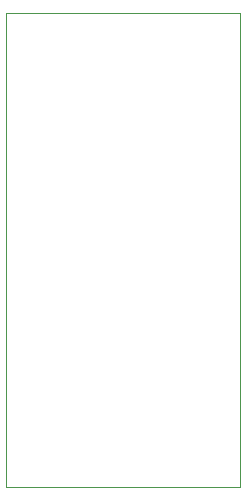
<source format=gbr>
G04 #@! TF.FileFunction,Profile,NP*
%FSLAX46Y46*%
G04 Gerber Fmt 4.6, Leading zero omitted, Abs format (unit mm)*
G04 Created by KiCad (PCBNEW 0.201503251001+5534~22~ubuntu14.04.1-product) date St 25. březen 2015, 23:39:12 CET*
%MOMM*%
G01*
G04 APERTURE LIST*
%ADD10C,0.100000*%
G04 APERTURE END LIST*
D10*
X256000Y256000D02*
X256000Y40384000D01*
X256000Y40384000D02*
X20064000Y40384000D01*
X20064000Y40384000D02*
X20064000Y256000D01*
X256000Y256000D02*
X20064000Y256000D01*
M02*

</source>
